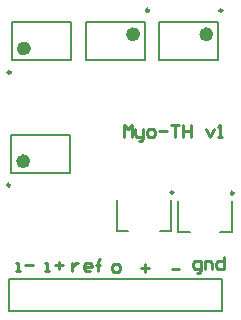
<source format=gbr>
%TF.GenerationSoftware,Altium Limited,Altium Designer,22.10.1 (41)*%
G04 Layer_Color=65535*
%FSLAX45Y45*%
%MOMM*%
%TF.SameCoordinates,31040185-1CDC-4878-9C2F-C35C27A90F04*%
%TF.FilePolarity,Positive*%
%TF.FileFunction,Legend,Top*%
%TF.Part,Single*%
G01*
G75*
%TA.AperFunction,NonConductor*%
%ADD32C,0.25000*%
%ADD33C,0.60000*%
%ADD34C,0.20000*%
%ADD44C,0.25400*%
D32*
X2105500Y2587500D02*
G03*
X2105500Y2587500I-12500J0D01*
G01*
X309500Y1107500D02*
G03*
X309500Y1107500I-12500J0D01*
G01*
X2202500Y1040000D02*
G03*
X2202500Y1040000I-12500J0D01*
G01*
X1485500Y2587500D02*
G03*
X1485500Y2587500I-12500J0D01*
G01*
X314500Y2062500D02*
G03*
X314500Y2062500I-12500J0D01*
G01*
X1692500Y1045000D02*
G03*
X1692500Y1045000I-12500J0D01*
G01*
D33*
X2000000Y2385000D02*
G03*
X2000000Y2385000I-30000J0D01*
G01*
X450000Y1310000D02*
G03*
X450000Y1310000I-30000J0D01*
G01*
X1380000Y2385000D02*
G03*
X1380000Y2385000I-30000J0D01*
G01*
X455000Y2265000D02*
G03*
X455000Y2265000I-30000J0D01*
G01*
D34*
X1570000Y2165000D02*
Y2485000D01*
X2070000Y2165000D02*
Y2485000D01*
X1570000Y2165000D02*
X2070000D01*
X1570000Y2485000D02*
X2070000D01*
X320000Y1210000D02*
X820000D01*
X320000Y1530000D02*
X820000D01*
X320000Y1210000D02*
Y1530000D01*
X820000Y1210000D02*
Y1530000D01*
X296000Y40500D02*
Y309500D01*
Y40500D02*
X2104000D01*
Y309500D01*
X296000D02*
X2104000D01*
X2190000Y715000D02*
Y975000D01*
X2090000Y715000D02*
X2190000D01*
X1730000D02*
Y975000D01*
Y715000D02*
X1830000D01*
X950000Y2485000D02*
X1450000D01*
X950000Y2165000D02*
X1450000D01*
Y2485000D01*
X950000Y2165000D02*
Y2485000D01*
X325000Y2165000D02*
X825000D01*
X325000Y2485000D02*
X825000D01*
X325000Y2165000D02*
Y2485000D01*
X825000Y2165000D02*
Y2485000D01*
X1675000Y720000D02*
Y980000D01*
X1580000Y720000D02*
X1675000D01*
X1215000D02*
Y980000D01*
Y720000D02*
X1310000D01*
D44*
X1270400Y1513722D02*
Y1613690D01*
X1303723Y1580367D01*
X1337045Y1613690D01*
Y1513722D01*
X1370368Y1580367D02*
Y1530384D01*
X1387029Y1513722D01*
X1437013D01*
Y1497061D01*
X1420352Y1480400D01*
X1403690D01*
X1437013Y1513722D02*
Y1580367D01*
X1486997Y1513722D02*
X1520320D01*
X1536981Y1530384D01*
Y1563706D01*
X1520320Y1580367D01*
X1486997D01*
X1470336Y1563706D01*
Y1530384D01*
X1486997Y1513722D01*
X1570303Y1563706D02*
X1636948D01*
X1670271Y1613690D02*
X1736916D01*
X1703594D01*
Y1513722D01*
X1770239Y1613690D02*
Y1513722D01*
Y1563706D01*
X1836884D01*
Y1613690D01*
Y1513722D01*
X1970175Y1580367D02*
X2003497Y1513722D01*
X2036820Y1580367D01*
X2070142Y1513722D02*
X2103465D01*
X2086804D01*
Y1613690D01*
X2070142Y1597029D01*
X604117Y377773D02*
X637440D01*
X620779D01*
Y444418D01*
X604117D01*
X687424Y427757D02*
X754069D01*
X720746Y461080D02*
Y394435D01*
X355400Y380400D02*
X388723D01*
X372061D01*
Y447045D01*
X355400D01*
X438707Y430384D02*
X505352D01*
X835400Y447045D02*
Y380400D01*
Y413723D01*
X852061Y430384D01*
X868722Y447045D01*
X885384D01*
X985352Y380400D02*
X952029D01*
X935368Y397061D01*
Y430384D01*
X952029Y447045D01*
X985352D01*
X1002013Y430384D01*
Y413723D01*
X935368D01*
X1051997Y380400D02*
Y463706D01*
Y430384D01*
X1035335D01*
X1068658D01*
X1051997D01*
Y463706D01*
X1068658Y480368D01*
X1888722Y365400D02*
X1905384D01*
X1922045Y382061D01*
Y465368D01*
X1872061D01*
X1855400Y448706D01*
Y415384D01*
X1872061Y398723D01*
X1922045D01*
X1955368D02*
Y465368D01*
X2005352D01*
X2022013Y448706D01*
Y398723D01*
X2121981Y498690D02*
Y398723D01*
X2071997D01*
X2055335Y415384D01*
Y448706D01*
X2071997Y465368D01*
X2121981D01*
X1675400Y395400D02*
X1742045D01*
X1420400Y408723D02*
X1487045D01*
X1453723Y442045D02*
Y375400D01*
X1192061D02*
X1225384D01*
X1242045Y392061D01*
Y425384D01*
X1225384Y442045D01*
X1192061D01*
X1175400Y425384D01*
Y392061D01*
X1192061Y375400D01*
%TF.MD5,cd120dd6b7476d277e0fa5f344a831dd*%
M02*

</source>
